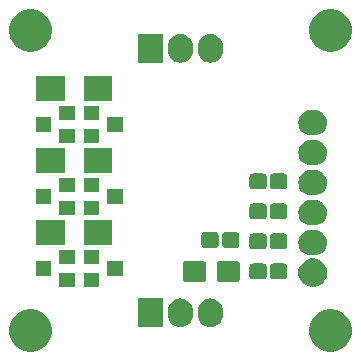
<source format=gbr>
G04 #@! TF.GenerationSoftware,KiCad,Pcbnew,(5.0.0)*
G04 #@! TF.CreationDate,2018-11-19T11:24:39+03:00*
G04 #@! TF.ProjectId,NeoP_1x3,4E656F505F3178332E6B696361645F70,rev?*
G04 #@! TF.SameCoordinates,Original*
G04 #@! TF.FileFunction,Soldermask,Bot*
G04 #@! TF.FilePolarity,Negative*
%FSLAX46Y46*%
G04 Gerber Fmt 4.6, Leading zero omitted, Abs format (unit mm)*
G04 Created by KiCad (PCBNEW (5.0.0)) date 11/19/18 11:24:39*
%MOMM*%
%LPD*%
G01*
G04 APERTURE LIST*
%ADD10C,0.100000*%
G04 APERTURE END LIST*
D10*
G36*
X100409122Y-98246115D02*
X100525041Y-98269173D01*
X100852620Y-98404861D01*
X101143511Y-98599228D01*
X101147436Y-98601851D01*
X101398149Y-98852564D01*
X101398151Y-98852567D01*
X101595139Y-99147380D01*
X101730827Y-99474959D01*
X101753885Y-99590878D01*
X101800000Y-99822714D01*
X101800000Y-100177286D01*
X101730827Y-100525040D01*
X101595140Y-100852618D01*
X101398149Y-101147436D01*
X101147436Y-101398149D01*
X101147433Y-101398151D01*
X100852620Y-101595139D01*
X100525041Y-101730827D01*
X100409122Y-101753885D01*
X100177286Y-101800000D01*
X99822714Y-101800000D01*
X99590878Y-101753885D01*
X99474959Y-101730827D01*
X99147380Y-101595139D01*
X98852567Y-101398151D01*
X98852564Y-101398149D01*
X98601851Y-101147436D01*
X98404860Y-100852618D01*
X98269173Y-100525040D01*
X98200000Y-100177286D01*
X98200000Y-99822714D01*
X98246115Y-99590878D01*
X98269173Y-99474959D01*
X98404861Y-99147380D01*
X98601849Y-98852567D01*
X98601851Y-98852564D01*
X98852564Y-98601851D01*
X98856489Y-98599228D01*
X99147380Y-98404861D01*
X99474959Y-98269173D01*
X99590878Y-98246115D01*
X99822714Y-98200000D01*
X100177286Y-98200000D01*
X100409122Y-98246115D01*
X100409122Y-98246115D01*
G37*
G36*
X125809122Y-98246115D02*
X125925041Y-98269173D01*
X126252620Y-98404861D01*
X126543511Y-98599228D01*
X126547436Y-98601851D01*
X126798149Y-98852564D01*
X126798151Y-98852567D01*
X126995139Y-99147380D01*
X127130827Y-99474959D01*
X127153885Y-99590878D01*
X127200000Y-99822714D01*
X127200000Y-100177286D01*
X127130827Y-100525040D01*
X126995140Y-100852618D01*
X126798149Y-101147436D01*
X126547436Y-101398149D01*
X126547433Y-101398151D01*
X126252620Y-101595139D01*
X125925041Y-101730827D01*
X125809122Y-101753885D01*
X125577286Y-101800000D01*
X125222714Y-101800000D01*
X124990878Y-101753885D01*
X124874959Y-101730827D01*
X124547380Y-101595139D01*
X124252567Y-101398151D01*
X124252564Y-101398149D01*
X124001851Y-101147436D01*
X123804860Y-100852618D01*
X123669173Y-100525040D01*
X123600000Y-100177286D01*
X123600000Y-99822714D01*
X123646115Y-99590878D01*
X123669173Y-99474959D01*
X123804861Y-99147380D01*
X124001849Y-98852567D01*
X124001851Y-98852564D01*
X124252564Y-98601851D01*
X124256489Y-98599228D01*
X124547380Y-98404861D01*
X124874959Y-98269173D01*
X124990878Y-98246115D01*
X125222714Y-98200000D01*
X125577286Y-98200000D01*
X125809122Y-98246115D01*
X125809122Y-98246115D01*
G37*
G36*
X112908502Y-97299389D02*
X113108990Y-97360207D01*
X113293759Y-97458967D01*
X113293762Y-97458969D01*
X113293763Y-97458970D01*
X113455718Y-97591882D01*
X113455719Y-97591884D01*
X113455721Y-97591885D01*
X113588631Y-97753836D01*
X113687393Y-97938609D01*
X113748211Y-98139097D01*
X113763600Y-98295349D01*
X113763600Y-98704650D01*
X113748211Y-98860902D01*
X113687393Y-99061390D01*
X113588633Y-99246159D01*
X113588631Y-99246162D01*
X113588630Y-99246163D01*
X113455718Y-99408118D01*
X113455716Y-99408119D01*
X113455715Y-99408121D01*
X113293764Y-99541031D01*
X113108991Y-99639793D01*
X112908503Y-99700611D01*
X112700000Y-99721146D01*
X112491498Y-99700611D01*
X112291010Y-99639793D01*
X112106237Y-99541031D01*
X111944283Y-99408118D01*
X111811372Y-99246165D01*
X111811370Y-99246163D01*
X111712607Y-99061391D01*
X111693289Y-98997708D01*
X111651789Y-98860903D01*
X111636400Y-98704651D01*
X111636400Y-98295350D01*
X111651789Y-98139098D01*
X111712607Y-97938610D01*
X111811367Y-97753841D01*
X111944280Y-97591885D01*
X111944282Y-97591882D01*
X111944284Y-97591881D01*
X111944285Y-97591879D01*
X112106236Y-97458969D01*
X112291009Y-97360207D01*
X112491497Y-97299389D01*
X112700000Y-97278854D01*
X112908502Y-97299389D01*
X112908502Y-97299389D01*
G37*
G36*
X115448502Y-97299389D02*
X115648990Y-97360207D01*
X115833759Y-97458967D01*
X115833762Y-97458969D01*
X115833763Y-97458970D01*
X115995718Y-97591882D01*
X115995719Y-97591884D01*
X115995721Y-97591885D01*
X116128631Y-97753836D01*
X116227393Y-97938609D01*
X116288211Y-98139097D01*
X116303600Y-98295349D01*
X116303600Y-98704650D01*
X116288211Y-98860902D01*
X116227393Y-99061390D01*
X116128633Y-99246159D01*
X116128631Y-99246162D01*
X116128630Y-99246163D01*
X115995718Y-99408118D01*
X115995716Y-99408119D01*
X115995715Y-99408121D01*
X115833764Y-99541031D01*
X115648991Y-99639793D01*
X115448503Y-99700611D01*
X115240000Y-99721146D01*
X115031498Y-99700611D01*
X114831010Y-99639793D01*
X114646237Y-99541031D01*
X114484283Y-99408118D01*
X114351372Y-99246165D01*
X114351370Y-99246163D01*
X114252607Y-99061391D01*
X114233289Y-98997708D01*
X114191789Y-98860903D01*
X114176400Y-98704651D01*
X114176400Y-98295350D01*
X114191789Y-98139098D01*
X114252607Y-97938610D01*
X114351367Y-97753841D01*
X114484280Y-97591885D01*
X114484282Y-97591882D01*
X114484284Y-97591881D01*
X114484285Y-97591879D01*
X114646236Y-97458969D01*
X114831009Y-97360207D01*
X115031497Y-97299389D01*
X115240000Y-97278854D01*
X115448502Y-97299389D01*
X115448502Y-97299389D01*
G37*
G36*
X111223600Y-99716000D02*
X109096400Y-99716000D01*
X109096400Y-97284000D01*
X111223600Y-97284000D01*
X111223600Y-99716000D01*
X111223600Y-99716000D01*
G37*
G36*
X124254692Y-93930729D02*
X124475993Y-94022395D01*
X124675158Y-94155473D01*
X124844527Y-94324842D01*
X124977605Y-94524007D01*
X125069271Y-94745308D01*
X125116000Y-94980233D01*
X125116000Y-95219767D01*
X125069271Y-95454692D01*
X124977605Y-95675993D01*
X124844527Y-95875158D01*
X124675158Y-96044527D01*
X124475993Y-96177605D01*
X124254692Y-96269271D01*
X124019767Y-96316000D01*
X123780233Y-96316000D01*
X123545308Y-96269271D01*
X123324007Y-96177605D01*
X123124842Y-96044527D01*
X122955473Y-95875158D01*
X122822395Y-95675993D01*
X122730729Y-95454692D01*
X122684000Y-95219767D01*
X122684000Y-94980233D01*
X122730729Y-94745308D01*
X122822395Y-94524007D01*
X122955473Y-94324842D01*
X123124842Y-94155473D01*
X123324007Y-94022395D01*
X123545308Y-93930729D01*
X123780233Y-93884000D01*
X124019767Y-93884000D01*
X124254692Y-93930729D01*
X124254692Y-93930729D01*
G37*
G36*
X103758000Y-96292000D02*
X102458000Y-96292000D01*
X102458000Y-95092000D01*
X103758000Y-95092000D01*
X103758000Y-96292000D01*
X103758000Y-96292000D01*
G37*
G36*
X105822000Y-96292000D02*
X104522000Y-96292000D01*
X104522000Y-95092000D01*
X105822000Y-95092000D01*
X105822000Y-96292000D01*
X105822000Y-96292000D01*
G37*
G36*
X114668378Y-94126308D02*
X114714302Y-94140239D01*
X114756615Y-94162855D01*
X114793705Y-94193295D01*
X114824145Y-94230385D01*
X114846761Y-94272698D01*
X114860692Y-94318622D01*
X114866000Y-94372511D01*
X114866000Y-95619489D01*
X114860692Y-95673378D01*
X114846761Y-95719302D01*
X114824145Y-95761615D01*
X114793705Y-95798705D01*
X114756615Y-95829145D01*
X114714302Y-95851761D01*
X114668378Y-95865692D01*
X114614489Y-95871000D01*
X113142511Y-95871000D01*
X113088622Y-95865692D01*
X113042698Y-95851761D01*
X113000385Y-95829145D01*
X112963295Y-95798705D01*
X112932855Y-95761615D01*
X112910239Y-95719302D01*
X112896308Y-95673378D01*
X112891000Y-95619489D01*
X112891000Y-94372511D01*
X112896308Y-94318622D01*
X112910239Y-94272698D01*
X112932855Y-94230385D01*
X112963295Y-94193295D01*
X113000385Y-94162855D01*
X113042698Y-94140239D01*
X113088622Y-94126308D01*
X113142511Y-94121000D01*
X114614489Y-94121000D01*
X114668378Y-94126308D01*
X114668378Y-94126308D01*
G37*
G36*
X117543378Y-94126308D02*
X117589302Y-94140239D01*
X117631615Y-94162855D01*
X117668705Y-94193295D01*
X117699145Y-94230385D01*
X117721761Y-94272698D01*
X117735692Y-94318622D01*
X117741000Y-94372511D01*
X117741000Y-95619489D01*
X117735692Y-95673378D01*
X117721761Y-95719302D01*
X117699145Y-95761615D01*
X117668705Y-95798705D01*
X117631615Y-95829145D01*
X117589302Y-95851761D01*
X117543378Y-95865692D01*
X117489489Y-95871000D01*
X116017511Y-95871000D01*
X115963622Y-95865692D01*
X115917698Y-95851761D01*
X115875385Y-95829145D01*
X115838295Y-95798705D01*
X115807855Y-95761615D01*
X115785239Y-95719302D01*
X115771308Y-95673378D01*
X115766000Y-95619489D01*
X115766000Y-94372511D01*
X115771308Y-94318622D01*
X115785239Y-94272698D01*
X115807855Y-94230385D01*
X115838295Y-94193295D01*
X115875385Y-94162855D01*
X115917698Y-94140239D01*
X115963622Y-94126308D01*
X116017511Y-94121000D01*
X117489489Y-94121000D01*
X117543378Y-94126308D01*
X117543378Y-94126308D01*
G37*
G36*
X119770530Y-94326877D02*
X119822010Y-94342493D01*
X119869442Y-94367846D01*
X119911027Y-94401973D01*
X119945154Y-94443558D01*
X119970507Y-94490990D01*
X119986123Y-94542470D01*
X119992000Y-94602140D01*
X119992000Y-95389860D01*
X119986123Y-95449530D01*
X119970507Y-95501010D01*
X119945154Y-95548442D01*
X119911027Y-95590027D01*
X119869442Y-95624154D01*
X119822010Y-95649507D01*
X119770530Y-95665123D01*
X119710860Y-95671000D01*
X118823140Y-95671000D01*
X118763470Y-95665123D01*
X118711990Y-95649507D01*
X118664558Y-95624154D01*
X118622973Y-95590027D01*
X118588846Y-95548442D01*
X118563493Y-95501010D01*
X118547877Y-95449530D01*
X118542000Y-95389860D01*
X118542000Y-94602140D01*
X118547877Y-94542470D01*
X118563493Y-94490990D01*
X118588846Y-94443558D01*
X118622973Y-94401973D01*
X118664558Y-94367846D01*
X118711990Y-94342493D01*
X118763470Y-94326877D01*
X118823140Y-94321000D01*
X119710860Y-94321000D01*
X119770530Y-94326877D01*
X119770530Y-94326877D01*
G37*
G36*
X121520530Y-94326877D02*
X121572010Y-94342493D01*
X121619442Y-94367846D01*
X121661027Y-94401973D01*
X121695154Y-94443558D01*
X121720507Y-94490990D01*
X121736123Y-94542470D01*
X121742000Y-94602140D01*
X121742000Y-95389860D01*
X121736123Y-95449530D01*
X121720507Y-95501010D01*
X121695154Y-95548442D01*
X121661027Y-95590027D01*
X121619442Y-95624154D01*
X121572010Y-95649507D01*
X121520530Y-95665123D01*
X121460860Y-95671000D01*
X120573140Y-95671000D01*
X120513470Y-95665123D01*
X120461990Y-95649507D01*
X120414558Y-95624154D01*
X120372973Y-95590027D01*
X120338846Y-95548442D01*
X120313493Y-95501010D01*
X120297877Y-95449530D01*
X120292000Y-95389860D01*
X120292000Y-94602140D01*
X120297877Y-94542470D01*
X120313493Y-94490990D01*
X120338846Y-94443558D01*
X120372973Y-94401973D01*
X120414558Y-94367846D01*
X120461990Y-94342493D01*
X120513470Y-94326877D01*
X120573140Y-94321000D01*
X121460860Y-94321000D01*
X121520530Y-94326877D01*
X121520530Y-94326877D01*
G37*
G36*
X107822000Y-95342000D02*
X106522000Y-95342000D01*
X106522000Y-94142000D01*
X107822000Y-94142000D01*
X107822000Y-95342000D01*
X107822000Y-95342000D01*
G37*
G36*
X101758000Y-95342000D02*
X100458000Y-95342000D01*
X100458000Y-94142000D01*
X101758000Y-94142000D01*
X101758000Y-95342000D01*
X101758000Y-95342000D01*
G37*
G36*
X103758000Y-94392000D02*
X102458000Y-94392000D01*
X102458000Y-93192000D01*
X103758000Y-93192000D01*
X103758000Y-94392000D01*
X103758000Y-94392000D01*
G37*
G36*
X105822000Y-94392000D02*
X104522000Y-94392000D01*
X104522000Y-93192000D01*
X105822000Y-93192000D01*
X105822000Y-94392000D01*
X105822000Y-94392000D01*
G37*
G36*
X124260903Y-91511789D02*
X124461391Y-91572607D01*
X124646164Y-91671369D01*
X124808118Y-91804282D01*
X124941031Y-91966236D01*
X125039793Y-92151009D01*
X125100611Y-92351497D01*
X125121146Y-92560000D01*
X125100611Y-92768503D01*
X125039793Y-92968991D01*
X124941031Y-93153764D01*
X124808118Y-93315718D01*
X124646164Y-93448631D01*
X124461391Y-93547393D01*
X124260903Y-93608211D01*
X124104651Y-93623600D01*
X123695349Y-93623600D01*
X123539097Y-93608211D01*
X123338609Y-93547393D01*
X123153836Y-93448631D01*
X122991882Y-93315718D01*
X122858969Y-93153764D01*
X122760207Y-92968991D01*
X122699389Y-92768503D01*
X122678854Y-92560000D01*
X122699389Y-92351497D01*
X122760207Y-92151009D01*
X122858969Y-91966236D01*
X122991882Y-91804282D01*
X123153836Y-91671369D01*
X123338609Y-91572607D01*
X123539097Y-91511789D01*
X123695349Y-91496400D01*
X124104651Y-91496400D01*
X124260903Y-91511789D01*
X124260903Y-91511789D01*
G37*
G36*
X119770530Y-91786877D02*
X119822010Y-91802493D01*
X119869442Y-91827846D01*
X119911027Y-91861973D01*
X119945154Y-91903558D01*
X119970507Y-91950990D01*
X119986123Y-92002470D01*
X119992000Y-92062140D01*
X119992000Y-92849860D01*
X119986123Y-92909530D01*
X119970507Y-92961010D01*
X119945154Y-93008442D01*
X119911027Y-93050027D01*
X119869442Y-93084154D01*
X119822010Y-93109507D01*
X119770530Y-93125123D01*
X119710860Y-93131000D01*
X118823140Y-93131000D01*
X118763470Y-93125123D01*
X118711990Y-93109507D01*
X118664558Y-93084154D01*
X118622973Y-93050027D01*
X118588846Y-93008442D01*
X118563493Y-92961010D01*
X118547877Y-92909530D01*
X118542000Y-92849860D01*
X118542000Y-92062140D01*
X118547877Y-92002470D01*
X118563493Y-91950990D01*
X118588846Y-91903558D01*
X118622973Y-91861973D01*
X118664558Y-91827846D01*
X118711990Y-91802493D01*
X118763470Y-91786877D01*
X118823140Y-91781000D01*
X119710860Y-91781000D01*
X119770530Y-91786877D01*
X119770530Y-91786877D01*
G37*
G36*
X121520530Y-91786877D02*
X121572010Y-91802493D01*
X121619442Y-91827846D01*
X121661027Y-91861973D01*
X121695154Y-91903558D01*
X121720507Y-91950990D01*
X121736123Y-92002470D01*
X121742000Y-92062140D01*
X121742000Y-92849860D01*
X121736123Y-92909530D01*
X121720507Y-92961010D01*
X121695154Y-93008442D01*
X121661027Y-93050027D01*
X121619442Y-93084154D01*
X121572010Y-93109507D01*
X121520530Y-93125123D01*
X121460860Y-93131000D01*
X120573140Y-93131000D01*
X120513470Y-93125123D01*
X120461990Y-93109507D01*
X120414558Y-93084154D01*
X120372973Y-93050027D01*
X120338846Y-93008442D01*
X120313493Y-92961010D01*
X120297877Y-92909530D01*
X120292000Y-92849860D01*
X120292000Y-92062140D01*
X120297877Y-92002470D01*
X120313493Y-91950990D01*
X120338846Y-91903558D01*
X120372973Y-91861973D01*
X120414558Y-91827846D01*
X120461990Y-91802493D01*
X120513470Y-91786877D01*
X120573140Y-91781000D01*
X121460860Y-91781000D01*
X121520530Y-91786877D01*
X121520530Y-91786877D01*
G37*
G36*
X117456530Y-91659877D02*
X117508010Y-91675493D01*
X117555442Y-91700846D01*
X117597027Y-91734973D01*
X117631154Y-91776558D01*
X117656507Y-91823990D01*
X117672123Y-91875470D01*
X117678000Y-91935140D01*
X117678000Y-92722860D01*
X117672123Y-92782530D01*
X117656507Y-92834010D01*
X117631154Y-92881442D01*
X117597027Y-92923027D01*
X117555442Y-92957154D01*
X117508010Y-92982507D01*
X117456530Y-92998123D01*
X117396860Y-93004000D01*
X116509140Y-93004000D01*
X116449470Y-92998123D01*
X116397990Y-92982507D01*
X116350558Y-92957154D01*
X116308973Y-92923027D01*
X116274846Y-92881442D01*
X116249493Y-92834010D01*
X116233877Y-92782530D01*
X116228000Y-92722860D01*
X116228000Y-91935140D01*
X116233877Y-91875470D01*
X116249493Y-91823990D01*
X116274846Y-91776558D01*
X116308973Y-91734973D01*
X116350558Y-91700846D01*
X116397990Y-91675493D01*
X116449470Y-91659877D01*
X116509140Y-91654000D01*
X117396860Y-91654000D01*
X117456530Y-91659877D01*
X117456530Y-91659877D01*
G37*
G36*
X115706530Y-91659877D02*
X115758010Y-91675493D01*
X115805442Y-91700846D01*
X115847027Y-91734973D01*
X115881154Y-91776558D01*
X115906507Y-91823990D01*
X115922123Y-91875470D01*
X115928000Y-91935140D01*
X115928000Y-92722860D01*
X115922123Y-92782530D01*
X115906507Y-92834010D01*
X115881154Y-92881442D01*
X115847027Y-92923027D01*
X115805442Y-92957154D01*
X115758010Y-92982507D01*
X115706530Y-92998123D01*
X115646860Y-93004000D01*
X114759140Y-93004000D01*
X114699470Y-92998123D01*
X114647990Y-92982507D01*
X114600558Y-92957154D01*
X114558973Y-92923027D01*
X114524846Y-92881442D01*
X114499493Y-92834010D01*
X114483877Y-92782530D01*
X114478000Y-92722860D01*
X114478000Y-91935140D01*
X114483877Y-91875470D01*
X114499493Y-91823990D01*
X114524846Y-91776558D01*
X114558973Y-91734973D01*
X114600558Y-91700846D01*
X114647990Y-91675493D01*
X114699470Y-91659877D01*
X114759140Y-91654000D01*
X115646860Y-91654000D01*
X115706530Y-91659877D01*
X115706530Y-91659877D01*
G37*
G36*
X106895500Y-92744000D02*
X104495500Y-92744000D01*
X104495500Y-90644000D01*
X106895500Y-90644000D01*
X106895500Y-92744000D01*
X106895500Y-92744000D01*
G37*
G36*
X102895500Y-92744000D02*
X100495500Y-92744000D01*
X100495500Y-90644000D01*
X102895500Y-90644000D01*
X102895500Y-92744000D01*
X102895500Y-92744000D01*
G37*
G36*
X124260903Y-88971789D02*
X124461391Y-89032607D01*
X124646164Y-89131369D01*
X124808118Y-89264282D01*
X124941031Y-89426236D01*
X125039793Y-89611009D01*
X125100611Y-89811497D01*
X125121146Y-90020000D01*
X125100611Y-90228503D01*
X125039793Y-90428991D01*
X124941031Y-90613764D01*
X124808118Y-90775718D01*
X124646164Y-90908631D01*
X124461391Y-91007393D01*
X124260903Y-91068211D01*
X124104651Y-91083600D01*
X123695349Y-91083600D01*
X123539097Y-91068211D01*
X123338609Y-91007393D01*
X123153836Y-90908631D01*
X122991882Y-90775718D01*
X122858969Y-90613764D01*
X122760207Y-90428991D01*
X122699389Y-90228503D01*
X122678854Y-90020000D01*
X122699389Y-89811497D01*
X122760207Y-89611009D01*
X122858969Y-89426236D01*
X122991882Y-89264282D01*
X123153836Y-89131369D01*
X123338609Y-89032607D01*
X123539097Y-88971789D01*
X123695349Y-88956400D01*
X124104651Y-88956400D01*
X124260903Y-88971789D01*
X124260903Y-88971789D01*
G37*
G36*
X119770530Y-89246877D02*
X119822010Y-89262493D01*
X119869442Y-89287846D01*
X119911027Y-89321973D01*
X119945154Y-89363558D01*
X119970507Y-89410990D01*
X119986123Y-89462470D01*
X119992000Y-89522140D01*
X119992000Y-90309860D01*
X119986123Y-90369530D01*
X119970507Y-90421010D01*
X119945154Y-90468442D01*
X119911027Y-90510027D01*
X119869442Y-90544154D01*
X119822010Y-90569507D01*
X119770530Y-90585123D01*
X119710860Y-90591000D01*
X118823140Y-90591000D01*
X118763470Y-90585123D01*
X118711990Y-90569507D01*
X118664558Y-90544154D01*
X118622973Y-90510027D01*
X118588846Y-90468442D01*
X118563493Y-90421010D01*
X118547877Y-90369530D01*
X118542000Y-90309860D01*
X118542000Y-89522140D01*
X118547877Y-89462470D01*
X118563493Y-89410990D01*
X118588846Y-89363558D01*
X118622973Y-89321973D01*
X118664558Y-89287846D01*
X118711990Y-89262493D01*
X118763470Y-89246877D01*
X118823140Y-89241000D01*
X119710860Y-89241000D01*
X119770530Y-89246877D01*
X119770530Y-89246877D01*
G37*
G36*
X121520530Y-89246877D02*
X121572010Y-89262493D01*
X121619442Y-89287846D01*
X121661027Y-89321973D01*
X121695154Y-89363558D01*
X121720507Y-89410990D01*
X121736123Y-89462470D01*
X121742000Y-89522140D01*
X121742000Y-90309860D01*
X121736123Y-90369530D01*
X121720507Y-90421010D01*
X121695154Y-90468442D01*
X121661027Y-90510027D01*
X121619442Y-90544154D01*
X121572010Y-90569507D01*
X121520530Y-90585123D01*
X121460860Y-90591000D01*
X120573140Y-90591000D01*
X120513470Y-90585123D01*
X120461990Y-90569507D01*
X120414558Y-90544154D01*
X120372973Y-90510027D01*
X120338846Y-90468442D01*
X120313493Y-90421010D01*
X120297877Y-90369530D01*
X120292000Y-90309860D01*
X120292000Y-89522140D01*
X120297877Y-89462470D01*
X120313493Y-89410990D01*
X120338846Y-89363558D01*
X120372973Y-89321973D01*
X120414558Y-89287846D01*
X120461990Y-89262493D01*
X120513470Y-89246877D01*
X120573140Y-89241000D01*
X121460860Y-89241000D01*
X121520530Y-89246877D01*
X121520530Y-89246877D01*
G37*
G36*
X105822000Y-90196000D02*
X104522000Y-90196000D01*
X104522000Y-88996000D01*
X105822000Y-88996000D01*
X105822000Y-90196000D01*
X105822000Y-90196000D01*
G37*
G36*
X103758000Y-90196000D02*
X102458000Y-90196000D01*
X102458000Y-88996000D01*
X103758000Y-88996000D01*
X103758000Y-90196000D01*
X103758000Y-90196000D01*
G37*
G36*
X107822000Y-89246000D02*
X106522000Y-89246000D01*
X106522000Y-88046000D01*
X107822000Y-88046000D01*
X107822000Y-89246000D01*
X107822000Y-89246000D01*
G37*
G36*
X101758000Y-89246000D02*
X100458000Y-89246000D01*
X100458000Y-88046000D01*
X101758000Y-88046000D01*
X101758000Y-89246000D01*
X101758000Y-89246000D01*
G37*
G36*
X124260903Y-86431789D02*
X124461391Y-86492607D01*
X124646164Y-86591369D01*
X124808118Y-86724282D01*
X124941031Y-86886236D01*
X125039793Y-87071009D01*
X125100611Y-87271497D01*
X125121146Y-87480000D01*
X125100611Y-87688503D01*
X125039793Y-87888991D01*
X124941031Y-88073764D01*
X124808118Y-88235718D01*
X124646164Y-88368631D01*
X124461391Y-88467393D01*
X124260903Y-88528211D01*
X124104651Y-88543600D01*
X123695349Y-88543600D01*
X123539097Y-88528211D01*
X123338609Y-88467393D01*
X123153836Y-88368631D01*
X122991882Y-88235718D01*
X122858969Y-88073764D01*
X122760207Y-87888991D01*
X122699389Y-87688503D01*
X122678854Y-87480000D01*
X122699389Y-87271497D01*
X122760207Y-87071009D01*
X122858969Y-86886236D01*
X122991882Y-86724282D01*
X123153836Y-86591369D01*
X123338609Y-86492607D01*
X123539097Y-86431789D01*
X123695349Y-86416400D01*
X124104651Y-86416400D01*
X124260903Y-86431789D01*
X124260903Y-86431789D01*
G37*
G36*
X103758000Y-88296000D02*
X102458000Y-88296000D01*
X102458000Y-87096000D01*
X103758000Y-87096000D01*
X103758000Y-88296000D01*
X103758000Y-88296000D01*
G37*
G36*
X105822000Y-88296000D02*
X104522000Y-88296000D01*
X104522000Y-87096000D01*
X105822000Y-87096000D01*
X105822000Y-88296000D01*
X105822000Y-88296000D01*
G37*
G36*
X119770530Y-86706877D02*
X119822010Y-86722493D01*
X119869442Y-86747846D01*
X119911027Y-86781973D01*
X119945154Y-86823558D01*
X119970507Y-86870990D01*
X119986123Y-86922470D01*
X119992000Y-86982140D01*
X119992000Y-87769860D01*
X119986123Y-87829530D01*
X119970507Y-87881010D01*
X119945154Y-87928442D01*
X119911027Y-87970027D01*
X119869442Y-88004154D01*
X119822010Y-88029507D01*
X119770530Y-88045123D01*
X119710860Y-88051000D01*
X118823140Y-88051000D01*
X118763470Y-88045123D01*
X118711990Y-88029507D01*
X118664558Y-88004154D01*
X118622973Y-87970027D01*
X118588846Y-87928442D01*
X118563493Y-87881010D01*
X118547877Y-87829530D01*
X118542000Y-87769860D01*
X118542000Y-86982140D01*
X118547877Y-86922470D01*
X118563493Y-86870990D01*
X118588846Y-86823558D01*
X118622973Y-86781973D01*
X118664558Y-86747846D01*
X118711990Y-86722493D01*
X118763470Y-86706877D01*
X118823140Y-86701000D01*
X119710860Y-86701000D01*
X119770530Y-86706877D01*
X119770530Y-86706877D01*
G37*
G36*
X121520530Y-86706877D02*
X121572010Y-86722493D01*
X121619442Y-86747846D01*
X121661027Y-86781973D01*
X121695154Y-86823558D01*
X121720507Y-86870990D01*
X121736123Y-86922470D01*
X121742000Y-86982140D01*
X121742000Y-87769860D01*
X121736123Y-87829530D01*
X121720507Y-87881010D01*
X121695154Y-87928442D01*
X121661027Y-87970027D01*
X121619442Y-88004154D01*
X121572010Y-88029507D01*
X121520530Y-88045123D01*
X121460860Y-88051000D01*
X120573140Y-88051000D01*
X120513470Y-88045123D01*
X120461990Y-88029507D01*
X120414558Y-88004154D01*
X120372973Y-87970027D01*
X120338846Y-87928442D01*
X120313493Y-87881010D01*
X120297877Y-87829530D01*
X120292000Y-87769860D01*
X120292000Y-86982140D01*
X120297877Y-86922470D01*
X120313493Y-86870990D01*
X120338846Y-86823558D01*
X120372973Y-86781973D01*
X120414558Y-86747846D01*
X120461990Y-86722493D01*
X120513470Y-86706877D01*
X120573140Y-86701000D01*
X121460860Y-86701000D01*
X121520530Y-86706877D01*
X121520530Y-86706877D01*
G37*
G36*
X106895500Y-86648000D02*
X104495500Y-86648000D01*
X104495500Y-84548000D01*
X106895500Y-84548000D01*
X106895500Y-86648000D01*
X106895500Y-86648000D01*
G37*
G36*
X102895500Y-86648000D02*
X100495500Y-86648000D01*
X100495500Y-84548000D01*
X102895500Y-84548000D01*
X102895500Y-86648000D01*
X102895500Y-86648000D01*
G37*
G36*
X124260903Y-83891789D02*
X124461391Y-83952607D01*
X124646164Y-84051369D01*
X124808118Y-84184282D01*
X124941031Y-84346236D01*
X125039793Y-84531009D01*
X125100611Y-84731497D01*
X125121146Y-84940000D01*
X125100611Y-85148503D01*
X125039793Y-85348991D01*
X124941031Y-85533764D01*
X124808118Y-85695718D01*
X124646164Y-85828631D01*
X124461391Y-85927393D01*
X124260903Y-85988211D01*
X124104651Y-86003600D01*
X123695349Y-86003600D01*
X123539097Y-85988211D01*
X123338609Y-85927393D01*
X123153836Y-85828631D01*
X122991882Y-85695718D01*
X122858969Y-85533764D01*
X122760207Y-85348991D01*
X122699389Y-85148503D01*
X122678854Y-84940000D01*
X122699389Y-84731497D01*
X122760207Y-84531009D01*
X122858969Y-84346236D01*
X122991882Y-84184282D01*
X123153836Y-84051369D01*
X123338609Y-83952607D01*
X123539097Y-83891789D01*
X123695349Y-83876400D01*
X124104651Y-83876400D01*
X124260903Y-83891789D01*
X124260903Y-83891789D01*
G37*
G36*
X103758000Y-84100000D02*
X102458000Y-84100000D01*
X102458000Y-82900000D01*
X103758000Y-82900000D01*
X103758000Y-84100000D01*
X103758000Y-84100000D01*
G37*
G36*
X105822000Y-84100000D02*
X104522000Y-84100000D01*
X104522000Y-82900000D01*
X105822000Y-82900000D01*
X105822000Y-84100000D01*
X105822000Y-84100000D01*
G37*
G36*
X124260903Y-81351789D02*
X124461391Y-81412607D01*
X124646164Y-81511369D01*
X124808118Y-81644282D01*
X124941031Y-81806236D01*
X125039793Y-81991009D01*
X125100611Y-82191497D01*
X125121146Y-82400000D01*
X125100611Y-82608503D01*
X125039793Y-82808991D01*
X124941031Y-82993764D01*
X124808118Y-83155718D01*
X124646164Y-83288631D01*
X124461391Y-83387393D01*
X124260903Y-83448211D01*
X124104651Y-83463600D01*
X123695349Y-83463600D01*
X123539097Y-83448211D01*
X123338609Y-83387393D01*
X123153836Y-83288631D01*
X122991882Y-83155718D01*
X122858969Y-82993764D01*
X122760207Y-82808991D01*
X122699389Y-82608503D01*
X122678854Y-82400000D01*
X122699389Y-82191497D01*
X122760207Y-81991009D01*
X122858969Y-81806236D01*
X122991882Y-81644282D01*
X123153836Y-81511369D01*
X123338609Y-81412607D01*
X123539097Y-81351789D01*
X123695349Y-81336400D01*
X124104651Y-81336400D01*
X124260903Y-81351789D01*
X124260903Y-81351789D01*
G37*
G36*
X107822000Y-83150000D02*
X106522000Y-83150000D01*
X106522000Y-81950000D01*
X107822000Y-81950000D01*
X107822000Y-83150000D01*
X107822000Y-83150000D01*
G37*
G36*
X101758000Y-83150000D02*
X100458000Y-83150000D01*
X100458000Y-81950000D01*
X101758000Y-81950000D01*
X101758000Y-83150000D01*
X101758000Y-83150000D01*
G37*
G36*
X103758000Y-82200000D02*
X102458000Y-82200000D01*
X102458000Y-81000000D01*
X103758000Y-81000000D01*
X103758000Y-82200000D01*
X103758000Y-82200000D01*
G37*
G36*
X105822000Y-82200000D02*
X104522000Y-82200000D01*
X104522000Y-81000000D01*
X105822000Y-81000000D01*
X105822000Y-82200000D01*
X105822000Y-82200000D01*
G37*
G36*
X102895500Y-80552000D02*
X100495500Y-80552000D01*
X100495500Y-78452000D01*
X102895500Y-78452000D01*
X102895500Y-80552000D01*
X102895500Y-80552000D01*
G37*
G36*
X106895500Y-80552000D02*
X104495500Y-80552000D01*
X104495500Y-78452000D01*
X106895500Y-78452000D01*
X106895500Y-80552000D01*
X106895500Y-80552000D01*
G37*
G36*
X112908502Y-74899389D02*
X113108990Y-74960207D01*
X113293759Y-75058967D01*
X113293762Y-75058969D01*
X113293763Y-75058970D01*
X113455718Y-75191882D01*
X113455719Y-75191884D01*
X113455721Y-75191885D01*
X113588631Y-75353836D01*
X113687393Y-75538609D01*
X113748211Y-75739097D01*
X113763600Y-75895349D01*
X113763600Y-76304650D01*
X113748211Y-76460902D01*
X113687393Y-76661390D01*
X113588633Y-76846159D01*
X113588631Y-76846162D01*
X113588630Y-76846163D01*
X113455718Y-77008118D01*
X113455716Y-77008119D01*
X113455715Y-77008121D01*
X113293764Y-77141031D01*
X113108991Y-77239793D01*
X112908503Y-77300611D01*
X112700000Y-77321146D01*
X112491498Y-77300611D01*
X112291010Y-77239793D01*
X112106237Y-77141031D01*
X111944283Y-77008118D01*
X111811372Y-76846165D01*
X111811370Y-76846163D01*
X111712607Y-76661391D01*
X111693289Y-76597708D01*
X111651789Y-76460903D01*
X111636400Y-76304651D01*
X111636400Y-75895350D01*
X111651789Y-75739098D01*
X111712607Y-75538610D01*
X111811367Y-75353841D01*
X111944280Y-75191885D01*
X111944282Y-75191882D01*
X111944284Y-75191881D01*
X111944285Y-75191879D01*
X112106236Y-75058969D01*
X112291009Y-74960207D01*
X112491497Y-74899389D01*
X112700000Y-74878854D01*
X112908502Y-74899389D01*
X112908502Y-74899389D01*
G37*
G36*
X115448502Y-74899389D02*
X115648990Y-74960207D01*
X115833759Y-75058967D01*
X115833762Y-75058969D01*
X115833763Y-75058970D01*
X115995718Y-75191882D01*
X115995719Y-75191884D01*
X115995721Y-75191885D01*
X116128631Y-75353836D01*
X116227393Y-75538609D01*
X116288211Y-75739097D01*
X116303600Y-75895349D01*
X116303600Y-76304650D01*
X116288211Y-76460902D01*
X116227393Y-76661390D01*
X116128633Y-76846159D01*
X116128631Y-76846162D01*
X116128630Y-76846163D01*
X115995718Y-77008118D01*
X115995716Y-77008119D01*
X115995715Y-77008121D01*
X115833764Y-77141031D01*
X115648991Y-77239793D01*
X115448503Y-77300611D01*
X115240000Y-77321146D01*
X115031498Y-77300611D01*
X114831010Y-77239793D01*
X114646237Y-77141031D01*
X114484283Y-77008118D01*
X114351372Y-76846165D01*
X114351370Y-76846163D01*
X114252607Y-76661391D01*
X114233289Y-76597708D01*
X114191789Y-76460903D01*
X114176400Y-76304651D01*
X114176400Y-75895350D01*
X114191789Y-75739098D01*
X114252607Y-75538610D01*
X114351367Y-75353841D01*
X114484280Y-75191885D01*
X114484282Y-75191882D01*
X114484284Y-75191881D01*
X114484285Y-75191879D01*
X114646236Y-75058969D01*
X114831009Y-74960207D01*
X115031497Y-74899389D01*
X115240000Y-74878854D01*
X115448502Y-74899389D01*
X115448502Y-74899389D01*
G37*
G36*
X111223600Y-77316000D02*
X109096400Y-77316000D01*
X109096400Y-74884000D01*
X111223600Y-74884000D01*
X111223600Y-77316000D01*
X111223600Y-77316000D01*
G37*
G36*
X125809122Y-72846115D02*
X125925041Y-72869173D01*
X126252620Y-73004861D01*
X126543511Y-73199228D01*
X126547436Y-73201851D01*
X126798149Y-73452564D01*
X126995140Y-73747382D01*
X127130827Y-74074960D01*
X127200000Y-74422714D01*
X127200000Y-74777286D01*
X127153885Y-75009122D01*
X127130827Y-75125041D01*
X127103140Y-75191882D01*
X126995140Y-75452618D01*
X126798149Y-75747436D01*
X126547436Y-75998149D01*
X126547433Y-75998151D01*
X126252620Y-76195139D01*
X125925041Y-76330827D01*
X125809122Y-76353885D01*
X125577286Y-76400000D01*
X125222714Y-76400000D01*
X124990878Y-76353885D01*
X124874959Y-76330827D01*
X124547380Y-76195139D01*
X124252567Y-75998151D01*
X124252564Y-75998149D01*
X124001851Y-75747436D01*
X123804860Y-75452618D01*
X123696860Y-75191882D01*
X123669173Y-75125041D01*
X123646115Y-75009122D01*
X123600000Y-74777286D01*
X123600000Y-74422714D01*
X123669173Y-74074960D01*
X123804860Y-73747382D01*
X124001851Y-73452564D01*
X124252564Y-73201851D01*
X124256489Y-73199228D01*
X124547380Y-73004861D01*
X124874959Y-72869173D01*
X124990878Y-72846115D01*
X125222714Y-72800000D01*
X125577286Y-72800000D01*
X125809122Y-72846115D01*
X125809122Y-72846115D01*
G37*
G36*
X100409122Y-72846115D02*
X100525041Y-72869173D01*
X100852620Y-73004861D01*
X101143511Y-73199228D01*
X101147436Y-73201851D01*
X101398149Y-73452564D01*
X101595140Y-73747382D01*
X101730827Y-74074960D01*
X101800000Y-74422714D01*
X101800000Y-74777286D01*
X101753885Y-75009122D01*
X101730827Y-75125041D01*
X101703140Y-75191882D01*
X101595140Y-75452618D01*
X101398149Y-75747436D01*
X101147436Y-75998149D01*
X101147433Y-75998151D01*
X100852620Y-76195139D01*
X100525041Y-76330827D01*
X100409122Y-76353885D01*
X100177286Y-76400000D01*
X99822714Y-76400000D01*
X99590878Y-76353885D01*
X99474959Y-76330827D01*
X99147380Y-76195139D01*
X98852567Y-75998151D01*
X98852564Y-75998149D01*
X98601851Y-75747436D01*
X98404860Y-75452618D01*
X98296860Y-75191882D01*
X98269173Y-75125041D01*
X98246115Y-75009122D01*
X98200000Y-74777286D01*
X98200000Y-74422714D01*
X98269173Y-74074960D01*
X98404860Y-73747382D01*
X98601851Y-73452564D01*
X98852564Y-73201851D01*
X98856489Y-73199228D01*
X99147380Y-73004861D01*
X99474959Y-72869173D01*
X99590878Y-72846115D01*
X99822714Y-72800000D01*
X100177286Y-72800000D01*
X100409122Y-72846115D01*
X100409122Y-72846115D01*
G37*
M02*

</source>
